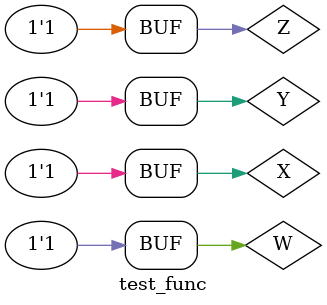
<source format=v>
module test_func;
wire Out;
reg W,X,Y,Z;

b_1 U0(.w(W),.x(X),.y(Y),.z(Z),.out(Out));

initial
begin
    W=0;X=0;Y=0;Z=0;
    #10 W=0;X=0;Y=0;Z=1;
    #10 W=0;X=0;Y=1;Z=0;
    #10 W=0;X=0;Y=1;Z=1;
    #10 W=0;X=1;Y=0;Z=0;
    #10 W=0;X=1;Y=0;Z=1;
    #10 W=0;X=1;Y=1;Z=0;
    #10 W=0;X=1;Y=1;Z=1;
    #10 W=1;X=0;Y=0;Z=0;
    #10 W=1;X=0;Y=0;Z=1;
    #10 W=1;X=0;Y=1;Z=0;
    #10 W=1;X=0;Y=1;Z=1;
    #10 W=1;X=1;Y=0;Z=0;
    #10 W=1;X=1;Y=0;Z=1;
    #10 W=1;X=1;Y=1;Z=0;
    #10 W=1;X=1;Y=1;Z=1;
end
endmodule
</source>
